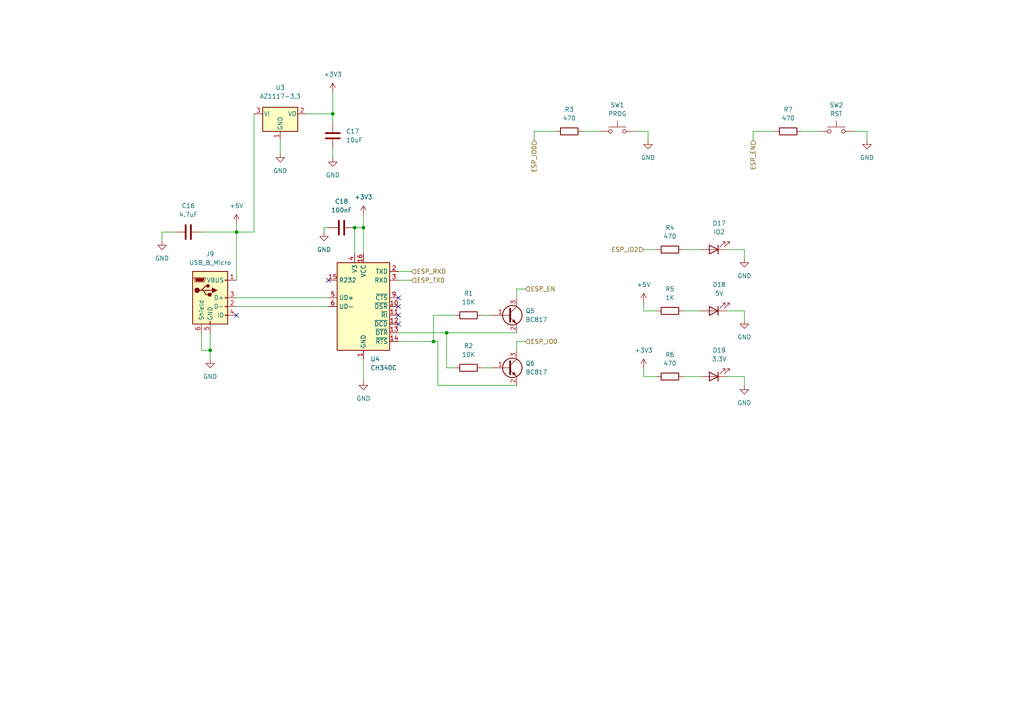
<source format=kicad_sch>
(kicad_sch (version 20211123) (generator eeschema)
  (paper "A4")
  (lib_symbols
    (symbol "Connector:USB_B_Micro" (pin_names (offset 1.016))
      (property "Reference" "J" (at -5.08 11.43 0))
      (property "Value" "USB_B_Micro" (at -5.08 8.89 0))
      (symbol "USB_B_Micro_0_1"
        (rectangle (start -5.08 -7.62) (end 5.08 7.62) (stroke (width 0.254)) (fill (type background)))
        (circle (center -3.81 2.159) (radius 0.635) (stroke (width 0.254)) (fill (type outline)))
        (circle (center -0.635 3.429) (radius 0.381) (stroke (width 0.254)) (fill (type outline)))
        (rectangle (start -0.127 -7.62) (end 0.127 -6.858))
        (polyline (pts (xy -1.905 2.159) (xy 0.635 2.159)) (stroke (width 0.254)))
        (polyline (pts (xy -3.175 2.159) (xy -2.54 2.159) (xy -1.27 3.429) (xy -0.635 3.429)) (stroke (width 0.254)))
        (polyline (pts (xy -2.54 2.159) (xy -1.905 2.159) (xy -1.27 0.889) (xy 0 0.889)) (stroke (width 0.254)))
        (polyline (pts (xy 0.635 2.794) (xy 0.635 1.524) (xy 1.905 2.159) (xy 0.635 2.794)) (stroke (width 0.254)) (fill (type outline)))
        (polyline (pts (xy -4.318 5.588) (xy -1.778 5.588) (xy -2.032 4.826) (xy -4.064 4.826) (xy -4.318 5.588)) (fill (type outline)))
        (polyline (pts (xy -4.699 5.842) (xy -4.699 5.588) (xy -4.445 4.826) (xy -4.445 4.572) (xy -1.651 4.572) (xy -1.651 4.826) (xy -1.397 5.588) (xy -1.397 5.842) (xy -4.699 5.842)))
        (rectangle (start 0.254 1.27) (end -0.508 0.508) (stroke (width 0.254)) (fill (type outline)))
        (rectangle (start 5.08 -5.207) (end 4.318 -4.953))
        (rectangle (start 5.08 -2.667) (end 4.318 -2.413))
        (rectangle (start 5.08 -0.127) (end 4.318 0.127))
        (rectangle (start 5.08 4.953) (end 4.318 5.207))
      )
      (symbol "USB_B_Micro_1_1"
        (pin power_out line (at 7.62 5.08 180) (length 2.54) (name "VBUS") (number "1"))
        (pin bidirectional line (at 7.62 -2.54 180) (length 2.54) (name "D-") (number "2"))
        (pin bidirectional line (at 7.62 0 180) (length 2.54) (name "D+") (number "3"))
        (pin passive line (at 7.62 -5.08 180) (length 2.54) (name "ID") (number "4"))
        (pin power_out line (at 0 -10.16 90) (length 2.54) (name "GND") (number "5"))
        (pin passive line (at -2.54 -10.16 90) (length 2.54) (name "Shield") (number "6"))
      )
    )
    (symbol "Device:C" (pin_numbers hide) (pin_names (offset 0.254))
      (property "Reference" "C" (at 0.635 2.54 0))
      (property "Value" "C" (at 0.635 -2.54 0))
      (symbol "C_0_1"
        (polyline (pts (xy -2.032 -0.762) (xy 2.032 -0.762)) (stroke (width 0.508)))
        (polyline (pts (xy -2.032 0.762) (xy 2.032 0.762)) (stroke (width 0.508)))
      )
      (symbol "C_1_1"
        (pin passive line (at 0 3.81 270) (length 2.794) (name "~") (number "1"))
        (pin passive line (at 0 -3.81 90) (length 2.794) (name "~") (number "2"))
      )
    )
    (symbol "Device:LED" (pin_numbers hide) (pin_names (offset 1.016) hide)
      (property "Reference" "D" (at 0 2.54 0))
      (property "Value" "LED" (at 0 -2.54 0))
      (symbol "LED_0_1"
        (polyline (pts (xy -1.27 -1.27) (xy -1.27 1.27)) (stroke (width 0.254)))
        (polyline (pts (xy -1.27 0) (xy 1.27 0)))
        (polyline (pts (xy 1.27 -1.27) (xy 1.27 1.27) (xy -1.27 0) (xy 1.27 -1.27)) (stroke (width 0.254)))
        (polyline (pts (xy -3.048 -0.762) (xy -4.572 -2.286) (xy -3.81 -2.286) (xy -4.572 -2.286) (xy -4.572 -1.524)))
        (polyline (pts (xy -1.778 -0.762) (xy -3.302 -2.286) (xy -2.54 -2.286) (xy -3.302 -2.286) (xy -3.302 -1.524)))
      )
      (symbol "LED_1_1"
        (pin passive line (at -3.81 0 0) (length 2.54) (name "K") (number "1"))
        (pin passive line (at 3.81 0 180) (length 2.54) (name "A") (number "2"))
      )
    )
    (symbol "Device:R" (pin_numbers hide) (pin_names (offset 0))
      (property "Reference" "R" (at 2.032 0 90))
      (property "Value" "R" (at 0 0 90))
      (symbol "R_0_1"
        (rectangle (start -1.016 -2.54) (end 1.016 2.54) (stroke (width 0.254)))
      )
      (symbol "R_1_1"
        (pin passive line (at 0 3.81 270) (length 1.27) (name "~") (number "1"))
        (pin passive line (at 0 -3.81 90) (length 1.27) (name "~") (number "2"))
      )
    )
    (symbol "Interface_USB:CH340C"
      (property "Reference" "U" (at -5.08 13.97 0))
      (property "Value" "CH340C" (at 1.27 13.97 0))
      (symbol "CH340C_0_1"
        (rectangle (start -7.62 12.7) (end 7.62 -12.7) (stroke (width 0.254)) (fill (type background)))
      )
      (symbol "CH340C_1_1"
        (pin power_in line (at 0 -15.24 90) (length 2.54) (name "GND") (number "1"))
        (pin input line (at 10.16 0 180) (length 2.54) (name "~{DSR}") (number "10"))
        (pin input line (at 10.16 -2.54 180) (length 2.54) (name "~{RI}") (number "11"))
        (pin input line (at 10.16 -5.08 180) (length 2.54) (name "~{DCD}") (number "12"))
        (pin output line (at 10.16 -7.62 180) (length 2.54) (name "~{DTR}") (number "13"))
        (pin output line (at 10.16 -10.16 180) (length 2.54) (name "~{RTS}") (number "14"))
        (pin input line (at -10.16 7.62 0) (length 2.54) (name "R232") (number "15"))
        (pin power_in line (at 0 15.24 270) (length 2.54) (name "VCC") (number "16"))
        (pin output line (at 10.16 10.16 180) (length 2.54) (name "TXD") (number "2"))
        (pin input line (at 10.16 7.62 180) (length 2.54) (name "RXD") (number "3"))
        (pin passive line (at -2.54 15.24 270) (length 2.54) (name "V3") (number "4"))
        (pin bidirectional line (at -10.16 2.54 0) (length 2.54) (name "UD+") (number "5"))
        (pin bidirectional line (at -10.16 0 0) (length 2.54) (name "UD-") (number "6"))
        (pin no_connect line (at -7.62 -7.62 0) (length 2.54) hide (name "NC") (number "7"))
        (pin no_connect line (at -7.62 -10.16 0) (length 2.54) hide (name "NC") (number "8"))
        (pin input line (at 10.16 2.54 180) (length 2.54) (name "~{CTS}") (number "9"))
      )
    )
    (symbol "Regulator_Linear:AZ1117-3.3" (pin_names (offset 0.254))
      (property "Reference" "U" (at -3.81 3.175 0))
      (property "Value" "AZ1117-3.3" (at 0 3.175 0))
      (symbol "AZ1117-3.3_0_1"
        (rectangle (start -5.08 1.905) (end 5.08 -5.08) (stroke (width 0.254)) (fill (type background)))
      )
      (symbol "AZ1117-3.3_1_1"
        (pin power_in line (at 0 -7.62 90) (length 2.54) (name "GND") (number "1"))
        (pin power_out line (at 7.62 0 180) (length 2.54) (name "VO") (number "2"))
        (pin power_in line (at -7.62 0 0) (length 2.54) (name "VI") (number "3"))
      )
    )
    (symbol "Switch:SW_Push" (pin_numbers hide) (pin_names (offset 1.016) hide)
      (property "Reference" "SW" (at 1.27 2.54 0))
      (property "Value" "SW_Push" (at 0 -1.524 0))
      (symbol "SW_Push_0_1"
        (circle (center -2.032 0) (radius 0.508))
        (polyline (pts (xy 0 1.27) (xy 0 3.048)))
        (polyline (pts (xy 2.54 1.27) (xy -2.54 1.27)))
        (circle (center 2.032 0) (radius 0.508))
        (pin passive line (at -5.08 0 0) (length 2.54) (name "1") (number "1"))
        (pin passive line (at 5.08 0 180) (length 2.54) (name "2") (number "2"))
      )
    )
    (symbol "Transistor_BJT:BC817" (pin_names (offset 0) hide)
      (property "Reference" "Q" (at 5.08 1.905 0))
      (property "Value" "BC817" (at 5.08 0 0))
      (symbol "BC817_0_1"
        (polyline (pts (xy 0.635 0.635) (xy 2.54 2.54)))
        (polyline (pts (xy 0.635 -0.635) (xy 2.54 -2.54) (xy 2.54 -2.54)))
        (polyline (pts (xy 0.635 1.905) (xy 0.635 -1.905) (xy 0.635 -1.905)) (stroke (width 0.508)))
        (polyline (pts (xy 1.27 -1.778) (xy 1.778 -1.27) (xy 2.286 -2.286) (xy 1.27 -1.778) (xy 1.27 -1.778)) (fill (type outline)))
        (circle (center 1.27 0) (radius 2.8194) (stroke (width 0.254)))
      )
      (symbol "BC817_1_1"
        (pin input line (at -5.08 0 0) (length 5.715) (name "B") (number "1"))
        (pin passive line (at 2.54 -5.08 90) (length 2.54) (name "E") (number "2"))
        (pin passive line (at 2.54 5.08 270) (length 2.54) (name "C") (number "3"))
      )
    )
    (symbol "power:+3.3V" (power) (pin_names (offset 0))
      (property "Value" "+3.3V" (at 0 3.556 0))
      (symbol "+3.3V_0_1"
        (polyline (pts (xy -0.762 1.27) (xy 0 2.54)))
        (polyline (pts (xy 0 0) (xy 0 2.54)))
        (polyline (pts (xy 0 2.54) (xy 0.762 1.27)))
      )
      (symbol "+3.3V_1_1"
        (pin power_in line (at 0 0 90) (length 0) hide (name "+3V3") (number "1"))
      )
    )
    (symbol "power:+5V" (power) (pin_names (offset 0))
      (property "Value" "+5V" (at 0 3.556 0))
      (symbol "+5V_0_1"
        (polyline (pts (xy -0.762 1.27) (xy 0 2.54)))
        (polyline (pts (xy 0 0) (xy 0 2.54)))
        (polyline (pts (xy 0 2.54) (xy 0.762 1.27)))
      )
      (symbol "+5V_1_1"
        (pin power_in line (at 0 0 90) (length 0) hide (name "+5V") (number "1"))
      )
    )
    (symbol "power:GND" (power) (pin_names (offset 0))
      (property "Value" "GND" (at 0 -3.81 0))
      (symbol "GND_0_1"
        (polyline (pts (xy 0 0) (xy 0 -1.27) (xy 1.27 -1.27) (xy 0 -2.54) (xy -1.27 -1.27) (xy 0 -1.27)))
      )
      (symbol "GND_1_1"
        (pin power_in line (at 0 0 270) (length 0) hide (name "GND") (number "1"))
      )
    )
  )
  (junction (at 125.73 99.06))
  (junction (at 68.58 67.31))
  (junction (at 129.54 96.52))
  (junction (at 96.52 33.02))
  (junction (at 60.96 101.6))
  (junction (at 102.87 66.04))
  (junction (at 105.41 66.04))
  (no_connect (at 68.58 91.44))
  (no_connect (at 115.57 93.98))
  (no_connect (at 115.57 91.44))
  (no_connect (at 95.25 81.28))
  (no_connect (at 115.57 88.9))
  (no_connect (at 115.57 86.36))
  (wire (pts (xy 210.82 90.17) (xy 215.9 90.17)))
  (wire (pts (xy 81.28 40.64) (xy 81.28 44.45)))
  (wire (pts (xy 125.73 91.44) (xy 125.73 99.06)))
  (wire (pts (xy 198.12 109.22) (xy 203.2 109.22)))
  (wire (pts (xy 187.96 40.64) (xy 187.96 38.1)))
  (wire (pts (xy 68.58 67.31) (xy 68.58 64.77)))
  (wire (pts (xy 149.86 83.82) (xy 152.4 83.82)))
  (wire (pts (xy 168.91 38.1) (xy 173.99 38.1)))
  (wire (pts (xy 139.7 106.68) (xy 142.24 106.68)))
  (wire (pts (xy 149.86 99.06) (xy 152.4 99.06)))
  (wire (pts (xy 186.69 109.22) (xy 190.5 109.22)))
  (wire (pts (xy 95.25 66.04) (xy 93.98 66.04)))
  (wire (pts (xy 251.46 38.1) (xy 247.65 38.1)))
  (wire (pts (xy 127 111.76) (xy 149.86 111.76)))
  (wire (pts (xy 102.87 66.04) (xy 102.87 73.66)))
  (wire (pts (xy 127 99.06) (xy 127 111.76)))
  (wire (pts (xy 139.7 91.44) (xy 142.24 91.44)))
  (wire (pts (xy 58.42 101.6) (xy 58.42 96.52)))
  (wire (pts (xy 68.58 81.28) (xy 68.58 67.31)))
  (wire (pts (xy 105.41 104.14) (xy 105.41 110.49)))
  (wire (pts (xy 232.41 38.1) (xy 237.49 38.1)))
  (wire (pts (xy 102.87 66.04) (xy 105.41 66.04)))
  (wire (pts (xy 60.96 101.6) (xy 60.96 104.14)))
  (wire (pts (xy 218.44 38.1) (xy 224.79 38.1)))
  (wire (pts (xy 58.42 67.31) (xy 68.58 67.31)))
  (wire (pts (xy 215.9 92.71) (xy 215.9 90.17)))
  (wire (pts (xy 60.96 96.52) (xy 60.96 101.6)))
  (wire (pts (xy 115.57 78.74) (xy 119.38 78.74)))
  (wire (pts (xy 88.9 33.02) (xy 96.52 33.02)))
  (wire (pts (xy 154.94 40.64) (xy 154.94 38.1)))
  (wire (pts (xy 210.82 72.39) (xy 215.9 72.39)))
  (wire (pts (xy 154.94 38.1) (xy 161.29 38.1)))
  (wire (pts (xy 105.41 62.23) (xy 105.41 66.04)))
  (wire (pts (xy 251.46 40.64) (xy 251.46 38.1)))
  (wire (pts (xy 218.44 40.64) (xy 218.44 38.1)))
  (wire (pts (xy 115.57 81.28) (xy 119.38 81.28)))
  (wire (pts (xy 215.9 111.76) (xy 215.9 109.22)))
  (wire (pts (xy 210.82 109.22) (xy 215.9 109.22)))
  (wire (pts (xy 96.52 43.18) (xy 96.52 45.72)))
  (wire (pts (xy 115.57 99.06) (xy 125.73 99.06)))
  (wire (pts (xy 46.99 67.31) (xy 50.8 67.31)))
  (wire (pts (xy 46.99 69.85) (xy 46.99 67.31)))
  (wire (pts (xy 96.52 33.02) (xy 96.52 26.67)))
  (wire (pts (xy 68.58 67.31) (xy 73.66 67.31)))
  (wire (pts (xy 186.69 72.39) (xy 190.5 72.39)))
  (wire (pts (xy 125.73 99.06) (xy 127 99.06)))
  (wire (pts (xy 105.41 66.04) (xy 105.41 73.66)))
  (wire (pts (xy 132.08 106.68) (xy 129.54 106.68)))
  (wire (pts (xy 68.58 86.36) (xy 95.25 86.36)))
  (wire (pts (xy 68.58 88.9) (xy 95.25 88.9)))
  (wire (pts (xy 215.9 74.93) (xy 215.9 72.39)))
  (wire (pts (xy 60.96 101.6) (xy 58.42 101.6)))
  (wire (pts (xy 198.12 72.39) (xy 203.2 72.39)))
  (wire (pts (xy 73.66 33.02) (xy 73.66 67.31)))
  (wire (pts (xy 129.54 96.52) (xy 149.86 96.52)))
  (wire (pts (xy 149.86 101.6) (xy 149.86 99.06)))
  (wire (pts (xy 186.69 90.17) (xy 190.5 90.17)))
  (wire (pts (xy 93.98 66.04) (xy 93.98 67.31)))
  (wire (pts (xy 125.73 91.44) (xy 132.08 91.44)))
  (wire (pts (xy 186.69 87.63) (xy 186.69 90.17)))
  (wire (pts (xy 187.96 38.1) (xy 184.15 38.1)))
  (wire (pts (xy 149.86 86.36) (xy 149.86 83.82)))
  (wire (pts (xy 186.69 106.68) (xy 186.69 109.22)))
  (wire (pts (xy 115.57 96.52) (xy 129.54 96.52)))
  (wire (pts (xy 198.12 90.17) (xy 203.2 90.17)))
  (wire (pts (xy 96.52 33.02) (xy 96.52 35.56)))
  (wire (pts (xy 129.54 106.68) (xy 129.54 96.52)))
  (hierarchical_label "ESP_IO0" (shape input) (at 154.94 40.64 270))
  (hierarchical_label "ESP_IO0" (shape input) (at 152.4 99.06 0))
  (hierarchical_label "ESP_TXD" (shape input) (at 119.38 81.28 0))
  (hierarchical_label "ESP_EN" (shape input) (at 152.4 83.82 0))
  (hierarchical_label "ESP_IO2" (shape input) (at 186.69 72.39 180))
  (hierarchical_label "ESP_EN" (shape input) (at 218.44 40.64 270))
  (hierarchical_label "ESP_RXD" (shape input) (at 119.38 78.74 0))
  (symbol (lib_id "power:+3.3V") (at 96.52 26.67 0) (unit 1)
    (property "Reference" "#PWR061" (effects hide))
    (property "Value" "+3.3V" (at 96.52 21.59 0))
  )
  (symbol (lib_id "power:GND") (at 93.98 67.31 0) (unit 1)
    (property "Reference" "#PWR060" (effects hide))
    (property "Value" "GND" (at 93.98 72.39 0))
  )
  (symbol (lib_id "Switch:SW_Push") (at 179.07 38.1 0) (unit 1)
    (property "Reference" "SW1" (at 179.07 30.48 0))
    (property "Value" "PROG" (at 179.07 33.02 0))
    (property "Footprint" "Button_Switch_SMD:SW_Push_1P1T_NO_6x6mm_H9.5mm" (effects hide))
    (property "LCSC" "C83206" (effects hide))
  )
  (symbol (lib_id "power:GND") (at 105.41 110.49 0) (unit 1)
    (property "Reference" "#PWR064" (effects hide))
    (property "Value" "GND" (at 105.41 115.57 0))
  )
  (symbol (lib_id "power:+5V") (at 68.58 64.77 0) (unit 1)
    (property "Reference" "#PWR058" (effects hide))
    (property "Value" "+5V" (at 68.58 59.69 0))
  )
  (symbol (lib_id "Interface_USB:CH340C") (at 105.41 88.9 0) (unit 1)
    (property "Reference" "U4" (at 107.4294 104.14 0) (effects (justify left)))
    (property "Value" "CH340C" (at 107.4294 106.68 0) (effects (justify left)))
    (property "Footprint" "Package_SO:SOIC-16_3.9x9.9mm_P1.27mm" (effects hide))
    (property "Datasheet" "https://datasheet.lcsc.com/szlcsc/Jiangsu-Qin-Heng-CH340C_C84681.pdf" (effects hide))
    (property "LCSC" "C84681" (effects hide))
  )
  (symbol (lib_id "Device:R") (at 194.31 72.39 90) (unit 1)
    (property "Reference" "R4" (at 194.31 66.04 90))
    (property "Value" "470" (at 194.31 68.58 90))
    (property "Footprint" "Resistor_SMD:R_0805_2012Metric_Pad1.20x1.40mm_HandSolder" (effects hide))
    (property "LCSC" "C17710" (effects hide))
  )
  (symbol (lib_id "power:GND") (at 187.96 40.64 0) (unit 1)
    (property "Reference" "#PWR067" (effects hide))
    (property "Value" "GND" (at 187.96 45.72 0))
  )
  (symbol (lib_id "power:GND") (at 215.9 74.93 0) (unit 1)
    (property "Reference" "#PWR068" (effects hide))
    (property "Value" "GND" (at 215.9 80.01 0))
  )
  (symbol (lib_id "Device:R") (at 165.1 38.1 90) (unit 1)
    (property "Reference" "R3" (at 165.1 31.75 90))
    (property "Value" "470" (at 165.1 34.29 90))
    (property "Footprint" "Resistor_SMD:R_0805_2012Metric_Pad1.20x1.40mm_HandSolder" (effects hide))
    (property "LCSC" "C17710" (effects hide))
  )
  (symbol (lib_id "Device:C") (at 99.06 66.04 90) (unit 1)
    (property "Reference" "C18" (at 99.06 58.42 90))
    (property "Value" "100nF" (at 99.06 60.96 90))
    (property "Footprint" "Capacitor_SMD:C_0805_2012Metric_Pad1.18x1.45mm_HandSolder" (effects hide))
    (property "LCSC" "C49678" (effects hide))
  )
  (symbol (lib_id "Device:R") (at 135.89 106.68 90) (unit 1)
    (property "Reference" "R2" (at 135.89 100.33 90))
    (property "Value" "10K" (at 135.89 102.87 90))
    (property "Footprint" "Resistor_SMD:R_0805_2012Metric_Pad1.20x1.40mm_HandSolder" (effects hide))
    (property "LCSC" "C17414" (effects hide))
  )
  (symbol (lib_id "Transistor_BJT:BC817") (at 147.32 91.44 0) (unit 1)
    (property "Reference" "Q5" (at 152.4 90.1699 0) (effects (justify left)))
    (property "Value" "BC817" (at 152.4 92.7099 0) (effects (justify left)))
    (property "Footprint" "Package_TO_SOT_SMD:SOT-23" (effects hide))
    (property "Datasheet" "https://www.onsemi.com/pub/Collateral/BC818-D.pdf" (effects hide))
    (property "LCSC" "C52801" (effects hide))
  )
  (symbol (lib_id "Device:LED") (at 207.01 109.22 180) (unit 1)
    (property "Reference" "D19" (at 208.5975 101.6 0))
    (property "Value" "3.3V" (at 208.5975 104.14 0))
    (property "Footprint" "Diode_SMD:D_1206_3216Metric_Pad1.42x1.75mm_HandSolder" (effects hide))
    (property "LCSC" "C99881" (effects hide))
  )
  (symbol (lib_id "power:+3.3V") (at 186.69 106.68 0) (unit 1)
    (property "Reference" "#PWR066" (effects hide))
    (property "Value" "+3.3V" (at 186.69 101.6 0))
  )
  (symbol (lib_id "Regulator_Linear:AZ1117-3.3") (at 81.28 33.02 0) (unit 1)
    (property "Reference" "U3" (at 81.28 25.4 0))
    (property "Value" "AZ1117-3.3" (at 81.28 27.94 0))
    (property "Footprint" "Package_TO_SOT_SMD:SOT-223" (effects hide))
    (property "Datasheet" "https://www.diodes.com/assets/Datasheets/AZ1117.pdf" (effects hide))
    (property "LCSC" "C92517" (effects hide))
  )
  (symbol (lib_id "power:GND") (at 215.9 92.71 0) (unit 1)
    (property "Reference" "#PWR069" (effects hide))
    (property "Value" "GND" (at 215.9 97.79 0))
  )
  (symbol (lib_id "Connector:USB_B_Micro") (at 60.96 86.36 0) (unit 1)
    (property "Reference" "J9" (at 60.96 73.66 0))
    (property "Value" "USB_B_Micro" (at 60.96 76.2 0))
    (property "Footprint" "Connector_USB:USB_Micro-B_Amphenol_10118194_Horizontal" (effects hide))
    (property "LCSC" "C132563" (effects hide))
  )
  (symbol (lib_id "power:GND") (at 251.46 40.64 0) (unit 1)
    (property "Reference" "#PWR071" (effects hide))
    (property "Value" "GND" (at 251.46 45.72 0))
  )
  (symbol (lib_id "Device:LED") (at 207.01 90.17 180) (unit 1)
    (property "Reference" "D18" (at 208.5975 82.55 0))
    (property "Value" "5V" (at 208.5975 85.09 0))
    (property "Footprint" "Diode_SMD:D_1206_3216Metric_Pad1.42x1.75mm_HandSolder" (effects hide))
    (property "LCSC" "C99881" (effects hide))
  )
  (symbol (lib_id "power:GND") (at 215.9 111.76 0) (unit 1)
    (property "Reference" "#PWR070" (effects hide))
    (property "Value" "GND" (at 215.9 116.84 0))
  )
  (symbol (lib_id "Transistor_BJT:BC817") (at 147.32 106.68 0) (unit 1)
    (property "Reference" "Q6" (at 152.4 105.4099 0) (effects (justify left)))
    (property "Value" "BC817" (at 152.4 107.9499 0) (effects (justify left)))
    (property "Footprint" "Package_TO_SOT_SMD:SOT-23" (effects hide))
    (property "Datasheet" "https://www.onsemi.com/pub/Collateral/BC818-D.pdf" (effects hide))
    (property "LCSC" "C52801" (effects hide))
  )
  (symbol (lib_id "Device:R") (at 194.31 90.17 90) (unit 1)
    (property "Reference" "R5" (at 194.31 83.82 90))
    (property "Value" "1K" (at 194.31 86.36 90))
    (property "Footprint" "Resistor_SMD:R_0805_2012Metric_Pad1.20x1.40mm_HandSolder" (effects hide))
    (property "LCSC" "C17513" (effects hide))
  )
  (symbol (lib_id "Switch:SW_Push") (at 242.57 38.1 0) (unit 1)
    (property "Reference" "SW2" (at 242.57 30.48 0))
    (property "Value" "RST" (at 242.57 33.02 0))
    (property "Footprint" "Button_Switch_SMD:SW_Push_1P1T_NO_6x6mm_H9.5mm" (effects hide))
    (property "LCSC" "C83206" (effects hide))
  )
  (symbol (lib_id "Device:C") (at 96.52 39.37 180) (unit 1)
    (property "Reference" "C17" (at 100.33 38.0999 0) (effects (justify right)))
    (property "Value" "10uF" (at 100.33 40.6399 0) (effects (justify right)))
    (property "Footprint" "Capacitor_SMD:C_0805_2012Metric_Pad1.18x1.45mm_HandSolder" (effects hide))
    (property "LCSC" "C15850" (effects hide))
  )
  (symbol (lib_id "power:GND") (at 81.28 44.45 0) (unit 1)
    (property "Reference" "#PWR059" (effects hide))
    (property "Value" "GND" (at 81.28 49.53 0))
  )
  (symbol (lib_id "power:GND") (at 60.96 104.14 0) (unit 1)
    (property "Reference" "#PWR057" (effects hide))
    (property "Value" "GND" (at 60.96 109.22 0))
  )
  (symbol (lib_id "power:+5V") (at 186.69 87.63 0) (unit 1)
    (property "Reference" "#PWR065" (effects hide))
    (property "Value" "+5V" (at 186.69 82.55 0))
  )
  (symbol (lib_id "power:GND") (at 96.52 45.72 0) (unit 1)
    (property "Reference" "#PWR062" (effects hide))
    (property "Value" "GND" (at 96.52 50.8 0))
  )
  (symbol (lib_id "power:+3.3V") (at 105.41 62.23 0) (unit 1)
    (property "Reference" "#PWR063" (effects hide))
    (property "Value" "+3.3V" (at 105.41 57.15 0))
  )
  (symbol (lib_id "Device:R") (at 194.31 109.22 90) (unit 1)
    (property "Reference" "R6" (at 194.31 102.87 90))
    (property "Value" "470" (at 194.31 105.41 90))
    (property "Footprint" "Resistor_SMD:R_0805_2012Metric_Pad1.20x1.40mm_HandSolder" (effects hide))
    (property "LCSC" "C17710" (effects hide))
  )
  (symbol (lib_id "power:GND") (at 46.99 69.85 0) (unit 1)
    (property "Reference" "#PWR056" (effects hide))
    (property "Value" "GND" (at 46.99 74.93 0))
  )
  (symbol (lib_id "Device:R") (at 135.89 91.44 90) (unit 1)
    (property "Reference" "R1" (at 135.89 85.09 90))
    (property "Value" "10K" (at 135.89 87.63 90))
    (property "Footprint" "Resistor_SMD:R_0805_2012Metric_Pad1.20x1.40mm_HandSolder" (effects hide))
    (property "LCSC" "C17414" (effects hide))
  )
  (symbol (lib_id "Device:R") (at 228.6 38.1 90) (unit 1)
    (property "Reference" "R7" (at 228.6 31.75 90))
    (property "Value" "470" (at 228.6 34.29 90))
    (property "Footprint" "Resistor_SMD:R_0805_2012Metric_Pad1.20x1.40mm_HandSolder" (effects hide))
    (property "LCSC" "C17710" (effects hide))
  )
  (symbol (lib_id "Device:C") (at 54.61 67.31 90) (unit 1)
    (property "Reference" "C16" (at 54.61 59.69 90))
    (property "Value" "4.7uF" (at 54.61 62.23 90))
    (property "Footprint" "Capacitor_SMD:C_0805_2012Metric_Pad1.18x1.45mm_HandSolder" (effects hide))
    (property "LCSC" "C1779" (effects hide))
  )
  (symbol (lib_id "Device:LED") (at 207.01 72.39 180) (unit 1)
    (property "Reference" "D17" (at 208.5975 64.77 0))
    (property "Value" "IO2" (at 208.5975 67.31 0))
    (property "Footprint" "Diode_SMD:D_1206_3216Metric_Pad1.42x1.75mm_HandSolder" (effects hide))
    (property "LCSC" "C88326" (effects hide))
  )
)
</source>
